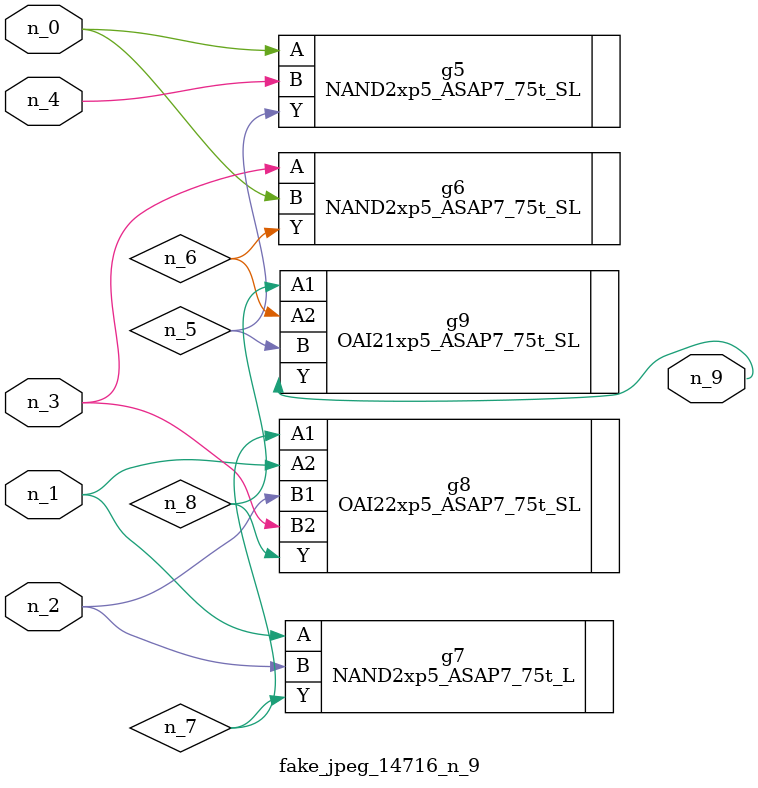
<source format=v>
module fake_jpeg_14716_n_9 (n_3, n_2, n_1, n_0, n_4, n_9);

input n_3;
input n_2;
input n_1;
input n_0;
input n_4;

output n_9;

wire n_8;
wire n_6;
wire n_5;
wire n_7;

NAND2xp5_ASAP7_75t_SL g5 ( 
.A(n_0),
.B(n_4),
.Y(n_5)
);

NAND2xp5_ASAP7_75t_SL g6 ( 
.A(n_3),
.B(n_0),
.Y(n_6)
);

NAND2xp5_ASAP7_75t_L g7 ( 
.A(n_1),
.B(n_2),
.Y(n_7)
);

OAI22xp5_ASAP7_75t_SL g8 ( 
.A1(n_7),
.A2(n_1),
.B1(n_2),
.B2(n_3),
.Y(n_8)
);

OAI21xp5_ASAP7_75t_SL g9 ( 
.A1(n_8),
.A2(n_6),
.B(n_5),
.Y(n_9)
);


endmodule
</source>
